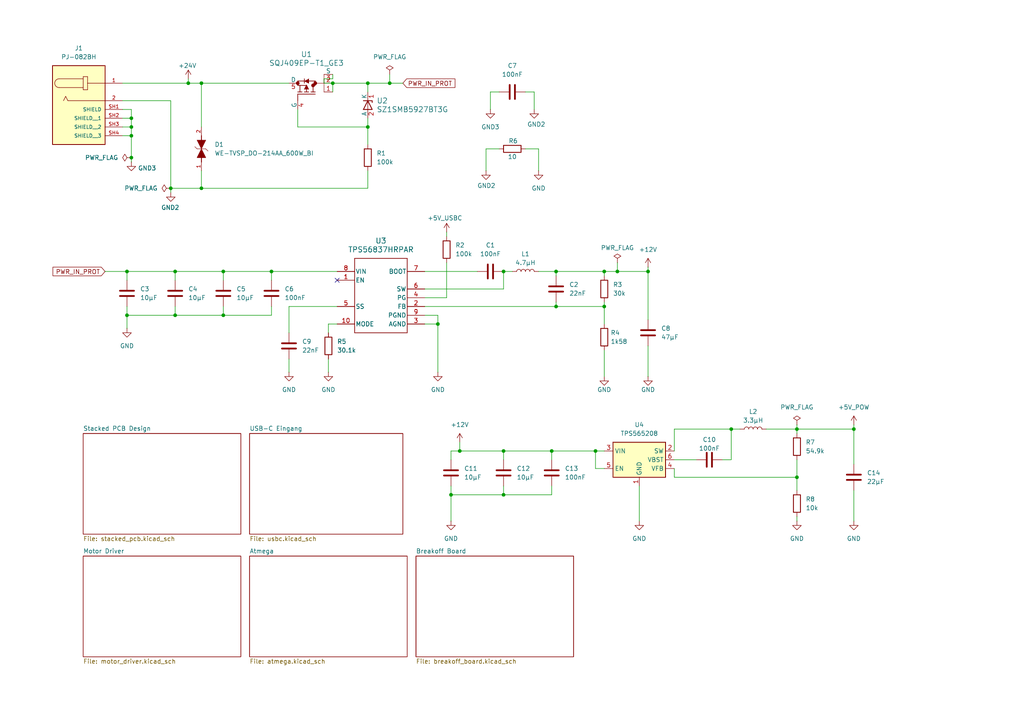
<source format=kicad_sch>
(kicad_sch (version 20231120) (generator "eeschema") (generator_version "8.0")
  (paper "A4")
  (lib_symbols
    (symbol "Device:C" (pin_numbers hide) (pin_names (offset 0.254))
      (property "Reference" "C" (at 0.635 2.54 0))
      (property "Value" "C" (at 0.635 -2.54 0))
      (symbol "C_0_1"
        (polyline (pts (xy -2.032 -0.762) (xy 2.032 -0.762)) (stroke (width 0.508)))
        (polyline (pts (xy -2.032 0.762) (xy 2.032 0.762)) (stroke (width 0.508)))
      )
      (symbol "C_1_1"
        (pin passive line (at 0 3.81 270) (length 2.794) (name "~") (number "1"))
        (pin passive line (at 0 -3.81 90) (length 2.794) (name "~") (number "2"))
      )
    )
    (symbol "Device:L" (pin_numbers hide) (pin_names (offset 1.016) hide)
      (property "Reference" "L" (at -1.27 0 90))
      (property "Value" "L" (at 1.905 0 90))
      (symbol "L_0_1"
        (arc (start 0 -2.54) (mid 0.6323 -1.905) (end 0 -1.27))
        (arc (start 0 -1.27) (mid 0.6323 -0.635) (end 0 0))
        (arc (start 0 0) (mid 0.6323 0.635) (end 0 1.27))
        (arc (start 0 1.27) (mid 0.6323 1.905) (end 0 2.54))
      )
      (symbol "L_1_1"
        (pin passive line (at 0 3.81 270) (length 1.27) (name "1") (number "1"))
        (pin passive line (at 0 -3.81 90) (length 1.27) (name "2") (number "2"))
      )
    )
    (symbol "Device:R" (pin_numbers hide) (pin_names (offset 0))
      (property "Reference" "R" (at 2.032 0 90))
      (property "Value" "R" (at 0 0 90))
      (symbol "R_0_1"
        (rectangle (start -1.016 -2.54) (end 1.016 2.54) (stroke (width 0.254)))
      )
      (symbol "R_1_1"
        (pin passive line (at 0 3.81 270) (length 1.27) (name "~") (number "1"))
        (pin passive line (at 0 -3.81 90) (length 1.27) (name "~") (number "2"))
      )
    )
    (symbol "Imported_Component_Symbols:PJ-082BH" (pin_names (offset 1.016))
      (property "Reference" "J" (at -7.6246 10.1631 0))
      (property "Value" "PJ-082BH" (at -7.632 -17.788 0))
      (symbol "PJ-082BH_0_0"
        (rectangle (start -7.62 7.62) (end 7.62 -15.24) (stroke (width 0.254)) (fill (type background)))
        (arc (start -5.715 3.81) (mid -6.9794 2.54) (end -5.715 1.27) (stroke (width 0.1524)))
        (polyline (pts (xy -5.715 3.81) (xy 1.27 3.81)) (stroke (width 0.1524)))
        (polyline (pts (xy -3.81 -1.27) (xy -4.445 -2.54)) (stroke (width 0.1524)))
        (polyline (pts (xy -3.175 -2.54) (xy -3.81 -1.27)) (stroke (width 0.1524)))
        (polyline (pts (xy 1.27 0.635) (xy 2.54 0.635)) (stroke (width 0.1524)))
        (polyline (pts (xy 1.27 1.27) (xy -5.715 1.27)) (stroke (width 0.1524)))
        (polyline (pts (xy 1.27 1.27) (xy 1.27 0.635)) (stroke (width 0.1524)))
        (polyline (pts (xy 1.27 3.81) (xy 1.27 1.27)) (stroke (width 0.1524)))
        (polyline (pts (xy 1.27 4.445) (xy 1.27 3.81)) (stroke (width 0.1524)))
        (polyline (pts (xy 2.54 0.635) (xy 2.54 2.54)) (stroke (width 0.1524)))
        (polyline (pts (xy 2.54 2.54) (xy 2.54 4.445)) (stroke (width 0.1524)))
        (polyline (pts (xy 2.54 2.54) (xy 7.62 2.54)) (stroke (width 0.1524)))
        (polyline (pts (xy 2.54 4.445) (xy 1.27 4.445)) (stroke (width 0.1524)))
        (polyline (pts (xy 7.62 -2.54) (xy -3.175 -2.54)) (stroke (width 0.1524)))
      )
      (symbol "PJ-082BH_1_0"
        (pin power_out line (at 12.7 2.54 180) (length 5.08) (name "~") (number "1"))
        (pin passive line (at 12.7 -2.54 180) (length 5.08) (name "~") (number "2"))
        (pin passive line (at 12.7 -5.08 180) (length 5.08) (name "SHIELD") (number "SH1"))
        (pin passive line (at 12.7 -7.62 180) (length 5.08) (name "SHIELD__1") (number "SH2"))
        (pin passive line (at 12.7 -10.16 180) (length 5.08) (name "SHIELD__2") (number "SH3"))
        (pin passive line (at 12.7 -12.7 180) (length 5.08) (name "SHIELD__3") (number "SH4"))
      )
    )
    (symbol "Imported_Component_Symbols:SQJ409EP-T1_GE3" (pin_names (offset 0))
      (property "Reference" "U" (at 0 6.604 0))
      (property "Value" "SQJ409EP-T1_GE3" (at 0 8.89 0))
      (symbol "SQJ409EP-T1_GE3_0_1"
        (circle (center -2.54 0) (radius 0.0254) (stroke (width 0.508)))
        (polyline (pts (xy -2.54 -5.08) (xy -2.54 -3.175)) (stroke (width 0.2032)))
        (polyline (pts (xy -2.54 -0.635) (xy -2.54 0.635)) (stroke (width 0.2032)))
        (polyline (pts (xy -1.905 -2.54) (xy -1.905 -0.635)) (stroke (width 0.2032)))
        (polyline (pts (xy -1.905 -0.635) (xy -2.54 -0.635)) (stroke (width 0.2032)))
        (polyline (pts (xy -1.905 -0.635) (xy 0 -0.635)) (stroke (width 0.2032)))
        (polyline (pts (xy -1.27 -2.54) (xy -2.54 -2.54)) (stroke (width 0.2032)))
        (polyline (pts (xy -0.635 0.635) (xy -2.54 0.635)) (stroke (width 0.2032)))
        (polyline (pts (xy -0.635 1.27) (xy -0.635 0)) (stroke (width 0.2032)))
        (polyline (pts (xy 0 -1.778) (xy 0 -2.413)) (stroke (width 0.2032)))
        (polyline (pts (xy 0.635 -2.54) (xy -0.635 -2.54)) (stroke (width 0.2032)))
        (polyline (pts (xy 1.905 -2.54) (xy 1.905 -0.635)) (stroke (width 0.2032)))
        (polyline (pts (xy 1.905 -0.635) (xy 2.54 -0.635)) (stroke (width 0.127)))
        (polyline (pts (xy 2.54 -3.175) (xy -2.54 -3.175)) (stroke (width 0.2032)))
        (polyline (pts (xy 2.54 -2.54) (xy 1.27 -2.54)) (stroke (width 0.2032)))
        (polyline (pts (xy 2.54 -0.635) (xy 2.54 0.635)) (stroke (width 0.2032)))
        (polyline (pts (xy 2.54 0) (xy 5.08 0)) (stroke (width 0.127)))
        (polyline (pts (xy 2.54 0.635) (xy 0.635 0.635)) (stroke (width 0.2032)))
        (polyline (pts (xy 5.08 -2.54) (xy 5.08 2.54)) (stroke (width 0.127)))
        (polyline (pts (xy 0.635 -1.778) (xy 0 -0.508) (xy -0.635 -1.778)) (fill (type outline)))
        (polyline (pts (xy 0.635 1.27) (xy 0.635 0) (xy -0.635 0.635)) (fill (type outline)))
        (circle (center 1.905 -0.635) (radius 0.0254) (stroke (width 0.508)))
        (circle (center 2.54 0) (radius 0.0254) (stroke (width 0.508)))
      )
      (symbol "SQJ409EP-T1_GE3_1_1"
        (pin passive line (at 7.62 -2.54 180) (length 2.54) (name "") (number "1"))
        (pin passive line (at 7.62 0 180) (length 2.54) (name "") (number "2"))
        (pin passive line (at 7.62 2.54 180) (length 2.54) (name "S") (number "3"))
        (pin input line (at -2.54 -7.62 90) (length 2.54) (name "G") (number "4"))
        (pin passive line (at -5.08 0 0) (length 2.54) (name "D") (number "5"))
      )
    )
    (symbol "Imported_Component_Symbols:SZ1SMB5927BT3G" (pin_names (offset 0))
      (property "Reference" "U" (at 0 10.16 0))
      (property "Value" "SZ1SMB5927BT3G" (at 0 7.62 0))
      (symbol "SZ1SMB5927BT3G_0_1"
        (polyline (pts (xy 1.27 0) (xy -1.27 0)))
        (polyline (pts (xy -1.27 -1.27) (xy -1.27 1.27) (xy -0.762 1.27)) (stroke (width 0.254)))
        (polyline (pts (xy 1.27 -1.27) (xy 1.27 1.27) (xy -1.27 0) (xy 1.27 -1.27)) (stroke (width 0.254)))
      )
      (symbol "SZ1SMB5927BT3G_1_1"
        (pin passive line (at -3.81 0 0) (length 2.54) (name "K") (number "1"))
        (pin passive line (at 3.81 0 180) (length 2.54) (name "A") (number "2"))
      )
    )
    (symbol "Imported_Component_Symbols:TPS56837HRPAR" (pin_names (offset 0.254))
      (property "Reference" "U" (at -0.254 15.494 0))
      (property "Value" "TPS56837HRPAR" (at 0 11.938 0))
      (symbol "TPS56837HRPAR_0_1"
        (polyline (pts (xy -7.62 -11.43) (xy 7.62 -11.43)) (stroke (width 0.2032)))
        (polyline (pts (xy -7.62 10.16) (xy -7.62 -11.43)) (stroke (width 0.2032)))
        (polyline (pts (xy 7.62 -11.43) (xy 7.62 10.16)) (stroke (width 0.2032)))
        (polyline (pts (xy 7.62 10.16) (xy -7.62 10.16)) (stroke (width 0.2032)))
        (pin input line (at -12.7 3.81 0) (length 5.08) (name "EN") (number "1"))
        (pin unspecified line (at -12.7 -8.89 0) (length 5.08) (name "MODE") (number "10"))
        (pin unspecified line (at 12.7 -3.81 180) (length 5.08) (name "FB") (number "2"))
        (pin power_in line (at 12.7 -8.89 180) (length 5.08) (name "AGND") (number "3"))
        (pin open_collector line (at 12.7 -1.27 180) (length 5.08) (name "PG") (number "4"))
        (pin unspecified line (at -12.7 -3.81 0) (length 5.08) (name "SS") (number "5"))
        (pin unspecified line (at 12.7 1.27 180) (length 5.08) (name "SW") (number "6"))
        (pin unspecified line (at 12.7 6.35 180) (length 5.08) (name "BOOT") (number "7"))
        (pin power_in line (at -12.7 6.35 0) (length 5.08) (name "VIN") (number "8"))
        (pin power_in line (at 12.7 -6.35 180) (length 5.08) (name "PGND") (number "9"))
      )
    )
    (symbol "Imported_Component_Symbols:WE-TVSP_DO-214AA_600W_BI" (pin_names (offset 1.016))
      (property "Reference" "D" (at 1.27 2.54 0))
      (property "Value" "WE-TVSP_DO-214AA_600W_BI" (at -2.54 -3.81 0))
      (symbol "WE-TVSP_DO-214AA_600W_BI_0_0"
        (polyline (pts (xy -2.54 0) (xy -1.27 0)) (stroke (width 0.254)))
        (polyline (pts (xy -0.635 0) (xy -1.27 0)) (stroke (width 0.254)))
        (polyline (pts (xy 1.27 -1.27) (xy 0.635 -1.905)) (stroke (width 0.127)))
        (polyline (pts (xy 1.27 1.27) (xy 1.27 -1.27)) (stroke (width 0.127)))
        (polyline (pts (xy 1.905 1.905) (xy 1.27 1.27)) (stroke (width 0.127)))
        (polyline (pts (xy 3.175 0) (xy 3.81 0)) (stroke (width 0.254)))
        (polyline (pts (xy 5.08 0) (xy 3.81 0)) (stroke (width 0.254)))
        (polyline (pts (xy -1.27 1.27) (xy -1.27 -1.27) (xy 1.27 0) (xy -1.27 1.27)) (stroke (width 0.127)) (fill (type outline)))
        (polyline (pts (xy 3.81 -1.27) (xy 3.81 1.27) (xy 1.27 0) (xy 3.81 -1.27)) (stroke (width 0.127)) (fill (type outline)))
        (pin passive line (at -5.08 0 0) (length 2.54) (name "~") (number "1"))
        (pin passive line (at 7.62 0 180) (length 2.54) (name "~") (number "2"))
      )
    )
    (symbol "Regulator_Switching:TPS565208"
      (property "Reference" "U" (at -7.62 6.35 0))
      (property "Value" "TPS565208" (at -2.54 6.35 0))
      (symbol "TPS565208_0_1"
        (rectangle (start -7.62 5.08) (end 7.62 -5.08) (stroke (width 0.254)) (fill (type background)))
      )
      (symbol "TPS565208_1_1"
        (pin power_in line (at 0 -7.62 90) (length 2.54) (name "GND") (number "1"))
        (pin output line (at 10.16 2.54 180) (length 2.54) (name "SW") (number "2"))
        (pin power_in line (at -10.16 2.54 0) (length 2.54) (name "VIN") (number "3"))
        (pin input line (at 10.16 -2.54 180) (length 2.54) (name "VFB") (number "4"))
        (pin input line (at -10.16 -2.54 0) (length 2.54) (name "EN") (number "5"))
        (pin passive line (at 10.16 0 180) (length 2.54) (name "VBST") (number "6"))
      )
    )
    (symbol "power:+12V" (power) (pin_numbers hide) (pin_names (offset 0) hide)
      (property "Value" "+12V" (at 0 3.556 0))
      (symbol "+12V_0_1"
        (polyline (pts (xy -0.762 1.27) (xy 0 2.54)))
        (polyline (pts (xy 0 0) (xy 0 2.54)))
        (polyline (pts (xy 0 2.54) (xy 0.762 1.27)))
      )
      (symbol "+12V_1_1"
        (pin power_in line (at 0 0 90) (length 0) (name "~") (number "1"))
      )
    )
    (symbol "power:+24V" (power) (pin_numbers hide) (pin_names (offset 0) hide)
      (property "Value" "+24V" (at 0 3.556 0))
      (symbol "+24V_0_1"
        (polyline (pts (xy -0.762 1.27) (xy 0 2.54)))
        (polyline (pts (xy 0 0) (xy 0 2.54)))
        (polyline (pts (xy 0 2.54) (xy 0.762 1.27)))
      )
      (symbol "+24V_1_1"
        (pin power_in line (at 0 0 90) (length 0) (name "~") (number "1"))
      )
    )
    (symbol "power:+5C" (power) (pin_numbers hide) (pin_names (offset 0) hide)
      (property "Value" "+5C" (at 0 3.556 0))
      (symbol "+5C_0_1"
        (polyline (pts (xy -0.762 1.27) (xy 0 2.54)))
        (polyline (pts (xy 0 0) (xy 0 2.54)))
        (polyline (pts (xy 0 2.54) (xy 0.762 1.27)))
      )
      (symbol "+5C_1_1"
        (pin power_in line (at 0 0 90) (length 0) (name "~") (number "1"))
      )
    )
    (symbol "power:+5VP" (power) (pin_numbers hide) (pin_names (offset 0) hide)
      (property "Value" "+5VP" (at 0 3.556 0))
      (symbol "+5VP_0_1"
        (polyline (pts (xy -0.762 1.27) (xy 0 2.54)))
        (polyline (pts (xy 0 0) (xy 0 2.54)))
        (polyline (pts (xy 0 2.54) (xy 0.762 1.27)))
      )
      (symbol "+5VP_1_1"
        (pin power_in line (at 0 0 90) (length 0) (name "~") (number "1"))
      )
    )
    (symbol "power:GND" (power) (pin_numbers hide) (pin_names (offset 0) hide)
      (property "Value" "GND" (at 0 -3.81 0))
      (symbol "GND_0_1"
        (polyline (pts (xy 0 0) (xy 0 -1.27) (xy 1.27 -1.27) (xy 0 -2.54) (xy -1.27 -1.27) (xy 0 -1.27)))
      )
      (symbol "GND_1_1"
        (pin power_in line (at 0 0 270) (length 0) (name "~") (number "1"))
      )
    )
    (symbol "power:GND2" (power) (pin_numbers hide) (pin_names (offset 0) hide)
      (property "Value" "GND2" (at 0 -3.81 0))
      (symbol "GND2_0_1"
        (polyline (pts (xy 0 0) (xy 0 -1.27) (xy 1.27 -1.27) (xy 0 -2.54) (xy -1.27 -1.27) (xy 0 -1.27)))
      )
      (symbol "GND2_1_1"
        (pin power_in line (at 0 0 270) (length 0) (name "~") (number "1"))
      )
    )
    (symbol "power:GND3" (power) (pin_numbers hide) (pin_names (offset 0) hide)
      (property "Value" "GND3" (at 0 -3.81 0))
      (symbol "GND3_0_1"
        (polyline (pts (xy 0 0) (xy 0 -1.27) (xy 1.27 -1.27) (xy 0 -2.54) (xy -1.27 -1.27) (xy 0 -1.27)))
      )
      (symbol "GND3_1_1"
        (pin power_in line (at 0 0 270) (length 0) (name "~") (number "1"))
      )
    )
    (symbol "power:PWR_FLAG" (power) (pin_numbers hide) (pin_names (offset 0) hide)
      (property "Value" "PWR_FLAG" (at 0 3.81 0))
      (symbol "PWR_FLAG_0_0"
        (pin power_out line (at 0 0 90) (length 0) (name "~") (number "1"))
      )
      (symbol "PWR_FLAG_0_1"
        (polyline (pts (xy 0 0) (xy 0 1.27) (xy -1.016 1.905) (xy 0 2.54) (xy 1.016 1.905) (xy 0 1.27)))
      )
    )
  )
  (junction (at 146.05 143.51))
  (junction (at 146.05 78.74))
  (junction (at 38.1 39.37))
  (junction (at 113.03 24.13))
  (junction (at 187.96 78.74))
  (junction (at 212.09 124.46))
  (junction (at 49.53 54.61))
  (junction (at 58.42 54.61))
  (junction (at 172.72 130.81))
  (junction (at 64.77 91.44))
  (junction (at 106.68 36.83))
  (junction (at 175.26 78.74))
  (junction (at 247.65 124.46))
  (junction (at 127 93.98))
  (junction (at 38.1 45.72))
  (junction (at 36.83 78.74))
  (junction (at 130.81 143.51))
  (junction (at 50.8 78.74))
  (junction (at 38.1 34.29))
  (junction (at 96.52 24.13))
  (junction (at 50.8 91.44))
  (junction (at 38.1 36.83))
  (junction (at 175.26 88.9))
  (junction (at 161.29 88.9))
  (junction (at 78.74 78.74))
  (junction (at 160.02 130.81))
  (junction (at 106.68 24.13))
  (junction (at 133.35 130.81))
  (junction (at 161.29 78.74))
  (junction (at 58.42 24.13))
  (junction (at 231.14 138.43))
  (junction (at 54.61 24.13))
  (junction (at 36.83 91.44))
  (junction (at 179.07 78.74))
  (junction (at 146.05 130.81))
  (junction (at 64.77 78.74))
  (junction (at 231.14 124.46))
  (no_connect (at 97.79 81.28))
  (wire (pts (xy 140.97 49.53) (xy 140.97 43.18)))
  (wire (pts (xy 113.03 21.59) (xy 113.03 24.13)))
  (wire (pts (xy 58.42 49.53) (xy 58.42 54.61)))
  (wire (pts (xy 50.8 78.74) (xy 50.8 81.28)))
  (wire (pts (xy 38.1 31.75) (xy 38.1 34.29)))
  (wire (pts (xy 50.8 91.44) (xy 64.77 91.44)))
  (wire (pts (xy 130.81 130.81) (xy 133.35 130.81)))
  (wire (pts (xy 96.52 21.59) (xy 96.52 22.86)))
  (wire (pts (xy 96.52 24.13) (xy 96.52 26.67)))
  (wire (pts (xy 161.29 87.63) (xy 161.29 88.9)))
  (wire (pts (xy 58.42 24.13) (xy 58.42 36.83)))
  (wire (pts (xy 156.21 78.74) (xy 161.29 78.74)))
  (wire (pts (xy 36.83 78.74) (xy 36.83 81.28)))
  (wire (pts (xy 50.8 88.9) (xy 50.8 91.44)))
  (wire (pts (xy 175.26 87.63) (xy 175.26 88.9)))
  (wire (pts (xy 146.05 140.97) (xy 146.05 143.51)))
  (wire (pts (xy 175.26 135.89) (xy 172.72 135.89)))
  (wire (pts (xy 78.74 78.74) (xy 97.79 78.74)))
  (wire (pts (xy 93.98 22.86) (xy 93.98 24.13)))
  (wire (pts (xy 195.58 124.46) (xy 212.09 124.46)))
  (wire (pts (xy 161.29 78.74) (xy 175.26 78.74)))
  (wire (pts (xy 83.82 96.52) (xy 83.82 88.9)))
  (wire (pts (xy 54.61 22.86) (xy 54.61 24.13)))
  (wire (pts (xy 172.72 135.89) (xy 172.72 130.81)))
  (wire (pts (xy 78.74 91.44) (xy 64.77 91.44)))
  (wire (pts (xy 231.14 123.19) (xy 231.14 124.46)))
  (wire (pts (xy 35.56 31.75) (xy 38.1 31.75)))
  (wire (pts (xy 146.05 130.81) (xy 160.02 130.81)))
  (wire (pts (xy 127 93.98) (xy 127 107.95)))
  (wire (pts (xy 78.74 78.74) (xy 78.74 81.28)))
  (wire (pts (xy 212.09 124.46) (xy 214.63 124.46)))
  (wire (pts (xy 156.21 49.53) (xy 156.21 43.18)))
  (wire (pts (xy 179.07 78.74) (xy 175.26 78.74)))
  (wire (pts (xy 154.94 31.75) (xy 154.94 26.67)))
  (wire (pts (xy 123.19 88.9) (xy 161.29 88.9)))
  (wire (pts (xy 106.68 36.83) (xy 106.68 41.91)))
  (wire (pts (xy 106.68 26.67) (xy 106.68 24.13)))
  (wire (pts (xy 179.07 76.2) (xy 179.07 78.74)))
  (wire (pts (xy 83.82 104.14) (xy 83.82 107.95)))
  (wire (pts (xy 106.68 49.53) (xy 106.68 54.61)))
  (wire (pts (xy 142.24 31.75) (xy 142.24 26.67)))
  (wire (pts (xy 64.77 78.74) (xy 78.74 78.74)))
  (wire (pts (xy 123.19 93.98) (xy 127 93.98)))
  (wire (pts (xy 54.61 24.13) (xy 58.42 24.13)))
  (wire (pts (xy 38.1 36.83) (xy 38.1 39.37)))
  (wire (pts (xy 209.55 133.35) (xy 212.09 133.35)))
  (wire (pts (xy 64.77 78.74) (xy 64.77 81.28)))
  (wire (pts (xy 222.25 124.46) (xy 231.14 124.46)))
  (wire (pts (xy 30.48 78.74) (xy 36.83 78.74)))
  (wire (pts (xy 38.1 34.29) (xy 38.1 36.83)))
  (wire (pts (xy 187.96 78.74) (xy 179.07 78.74)))
  (wire (pts (xy 187.96 92.71) (xy 187.96 78.74)))
  (wire (pts (xy 247.65 142.24) (xy 247.65 151.13)))
  (wire (pts (xy 231.14 133.35) (xy 231.14 138.43)))
  (wire (pts (xy 129.54 76.2) (xy 129.54 86.36)))
  (wire (pts (xy 86.36 36.83) (xy 106.68 36.83)))
  (wire (pts (xy 187.96 77.47) (xy 187.96 78.74)))
  (wire (pts (xy 95.25 96.52) (xy 95.25 93.98)))
  (wire (pts (xy 247.65 123.19) (xy 247.65 124.46)))
  (wire (pts (xy 130.81 143.51) (xy 146.05 143.51)))
  (wire (pts (xy 36.83 91.44) (xy 36.83 95.25)))
  (wire (pts (xy 95.25 93.98) (xy 97.79 93.98)))
  (wire (pts (xy 160.02 130.81) (xy 160.02 133.35)))
  (wire (pts (xy 156.21 43.18) (xy 152.4 43.18)))
  (wire (pts (xy 195.58 138.43) (xy 231.14 138.43)))
  (wire (pts (xy 38.1 39.37) (xy 38.1 45.72)))
  (wire (pts (xy 49.53 54.61) (xy 58.42 54.61)))
  (wire (pts (xy 35.56 36.83) (xy 38.1 36.83)))
  (wire (pts (xy 146.05 143.51) (xy 160.02 143.51)))
  (wire (pts (xy 130.81 130.81) (xy 130.81 133.35)))
  (wire (pts (xy 142.24 26.67) (xy 144.78 26.67)))
  (wire (pts (xy 160.02 143.51) (xy 160.02 140.97)))
  (wire (pts (xy 36.83 78.74) (xy 50.8 78.74)))
  (wire (pts (xy 195.58 124.46) (xy 195.58 130.81)))
  (wire (pts (xy 49.53 29.21) (xy 49.53 54.61)))
  (wire (pts (xy 146.05 130.81) (xy 146.05 133.35)))
  (wire (pts (xy 231.14 124.46) (xy 247.65 124.46)))
  (wire (pts (xy 175.26 101.6) (xy 175.26 109.22)))
  (wire (pts (xy 123.19 83.82) (xy 146.05 83.82)))
  (wire (pts (xy 160.02 130.81) (xy 172.72 130.81)))
  (wire (pts (xy 185.42 140.97) (xy 185.42 151.13)))
  (wire (pts (xy 64.77 91.44) (xy 64.77 88.9)))
  (wire (pts (xy 130.81 140.97) (xy 130.81 143.51)))
  (wire (pts (xy 113.03 24.13) (xy 116.84 24.13)))
  (wire (pts (xy 58.42 54.61) (xy 106.68 54.61)))
  (wire (pts (xy 38.1 45.72) (xy 38.1 46.99)))
  (wire (pts (xy 195.58 138.43) (xy 195.58 135.89)))
  (wire (pts (xy 161.29 80.01) (xy 161.29 78.74)))
  (wire (pts (xy 175.26 80.01) (xy 175.26 78.74)))
  (wire (pts (xy 106.68 24.13) (xy 113.03 24.13)))
  (wire (pts (xy 58.42 24.13) (xy 83.82 24.13)))
  (wire (pts (xy 35.56 39.37) (xy 38.1 39.37)))
  (wire (pts (xy 49.53 54.61) (xy 49.53 55.88)))
  (wire (pts (xy 36.83 91.44) (xy 50.8 91.44)))
  (wire (pts (xy 86.36 31.75) (xy 86.36 36.83)))
  (wire (pts (xy 231.14 125.73) (xy 231.14 124.46)))
  (wire (pts (xy 123.19 86.36) (xy 129.54 86.36)))
  (wire (pts (xy 187.96 100.33) (xy 187.96 109.22)))
  (wire (pts (xy 172.72 130.81) (xy 175.26 130.81)))
  (wire (pts (xy 123.19 91.44) (xy 127 91.44)))
  (wire (pts (xy 130.81 143.51) (xy 130.81 151.13)))
  (wire (pts (xy 129.54 67.31) (xy 129.54 68.58)))
  (wire (pts (xy 78.74 88.9) (xy 78.74 91.44)))
  (wire (pts (xy 195.58 133.35) (xy 201.93 133.35)))
  (wire (pts (xy 231.14 142.24) (xy 231.14 138.43)))
  (wire (pts (xy 35.56 34.29) (xy 38.1 34.29)))
  (wire (pts (xy 96.52 22.86) (xy 93.98 22.86)))
  (wire (pts (xy 146.05 78.74) (xy 148.59 78.74)))
  (wire (pts (xy 154.94 26.67) (xy 152.4 26.67)))
  (wire (pts (xy 50.8 78.74) (xy 64.77 78.74)))
  (wire (pts (xy 96.52 24.13) (xy 106.68 24.13)))
  (wire (pts (xy 106.68 36.83) (xy 106.68 34.29)))
  (wire (pts (xy 35.56 24.13) (xy 54.61 24.13)))
  (wire (pts (xy 146.05 83.82) (xy 146.05 78.74)))
  (wire (pts (xy 231.14 151.13) (xy 231.14 149.86)))
  (wire (pts (xy 95.25 104.14) (xy 95.25 107.95)))
  (wire (pts (xy 133.35 130.81) (xy 146.05 130.81)))
  (wire (pts (xy 36.83 88.9) (xy 36.83 91.44)))
  (wire (pts (xy 127 91.44) (xy 127 93.98)))
  (wire (pts (xy 247.65 134.62) (xy 247.65 124.46)))
  (wire (pts (xy 35.56 29.21) (xy 49.53 29.21)))
  (wire (pts (xy 83.82 88.9) (xy 97.79 88.9)))
  (wire (pts (xy 133.35 128.27) (xy 133.35 130.81)))
  (wire (pts (xy 212.09 133.35) (xy 212.09 124.46)))
  (wire (pts (xy 175.26 88.9) (xy 175.26 93.98)))
  (wire (pts (xy 96.52 24.13) (xy 93.98 24.13)))
  (wire (pts (xy 175.26 88.9) (xy 161.29 88.9)))
  (wire (pts (xy 140.97 43.18) (xy 144.78 43.18)))
  (wire (pts (xy 123.19 78.74) (xy 138.43 78.74)))
  (global_label "PWR_IN_PROT" (shape input) (at 30.48 78.74 180) (property "Intersheetrefs" "${INTERSHEET_REFS}" (effects (hide yes))))
  (global_label "PWR_IN_PROT" (shape input) (at 116.84 24.13 0) (property "Intersheetrefs" "${INTERSHEET_REFS}" (effects (hide yes))))
  (symbol (lib_id "power:+5VP") (at 247.65 123.19 0) (unit 1)
    (property "Reference" "#PWR016" (effects (hide yes)))
    (property "Value" "+5V_POW" (at 247.65 118.11 0))
    (property "Description" "Power symbol creates a global label with name \"+5VP\"" (effects (hide yes)))
  )
  (symbol (lib_id "Imported_Component_Symbols:TPS56837HRPAR") (at 110.49 85.09 0) (unit 1)
    (property "Reference" "U3" (at 110.49 69.85 0) (effects (font (size 1.524 1.524))))
    (property "Value" "TPS56837HRPAR" (at 110.49 72.39 0) (effects (font (size 1.524 1.524))))
    (property "Footprint" "Imported_Component_Footprints:TPS56837HRPAR" (effects (hide yes)))
    (property "Datasheet" "TPS56837HRPAR" (effects (hide yes)))
  )
  (symbol (lib_id "Device:C") (at 187.96 96.52 0) (unit 1)
    (property "Reference" "C8" (at 191.77 95.2499 0) (effects (justify left)))
    (property "Value" "47µF" (at 191.77 97.7899 0) (effects (justify left)))
    (property "Footprint" "Capacitor_SMD:C_1210_3225Metric_Pad1.33x2.70mm_HandSolder" (effects (hide yes)))
    (property "Description" "Unpolarized capacitor" (effects (hide yes)))
  )
  (symbol (lib_id "power:GND") (at 156.21 49.53 0) (unit 1)
    (property "Reference" "#PWR015" (effects (hide yes)))
    (property "Value" "GND" (at 156.21 54.61 0))
    (property "Description" "Power symbol creates a global label with name \"GND\" , ground" (effects (hide yes)))
  )
  (symbol (lib_id "Device:C") (at 247.65 138.43 0) (unit 1)
    (property "Reference" "C14" (at 251.46 137.1599 0) (effects (justify left)))
    (property "Value" "22µF" (at 251.46 139.6999 0) (effects (justify left)))
    (property "Footprint" "Capacitor_SMD:C_1210_3225Metric_Pad1.33x2.70mm_HandSolder" (effects (hide yes)))
    (property "Description" "Unpolarized capacitor" (effects (hide yes)))
  )
  (symbol (lib_id "Device:C") (at 78.74 85.09 0) (unit 1)
    (property "Reference" "C6" (at 82.55 83.8199 0) (effects (justify left)))
    (property "Value" "100nF" (at 82.55 86.3599 0) (effects (justify left)))
    (property "Footprint" "Capacitor_SMD:C_0402_1005Metric_Pad0.74x0.62mm_HandSolder" (effects (hide yes)))
    (property "Description" "Unpolarized capacitor" (effects (hide yes)))
  )
  (symbol (lib_id "power:GND3") (at 142.24 31.75 0) (unit 1)
    (property "Reference" "#PWR06" (effects (hide yes)))
    (property "Value" "GND3" (at 142.24 36.83 0))
    (property "Description" "Power symbol creates a global label with name \"GND3\" , ground" (effects (hide yes)))
  )
  (symbol (lib_id "Device:R") (at 175.26 83.82 0) (unit 1)
    (property "Reference" "R3" (at 177.8 82.5499 0) (effects (justify left)))
    (property "Value" "30k" (at 177.8 85.0899 0) (effects (justify left)))
    (property "Footprint" "Resistor_SMD:R_0402_1005Metric" (effects (hide yes)))
    (property "Description" "Resistor" (effects (hide yes)))
  )
  (symbol (lib_id "Device:C") (at 146.05 137.16 0) (unit 1)
    (property "Reference" "C12" (at 149.86 135.8899 0) (effects (justify left)))
    (property "Value" "10µF" (at 149.86 138.4299 0) (effects (justify left)))
    (property "Footprint" "Capacitor_SMD:C_0805_2012Metric_Pad1.18x1.45mm_HandSolder" (effects (hide yes)))
    (property "Description" "Unpolarized capacitor" (effects (hide yes)))
  )
  (symbol (lib_id "Device:R") (at 129.54 72.39 0) (unit 1)
    (property "Reference" "R2" (at 132.08 71.1199 0) (effects (justify left)))
    (property "Value" "100k" (at 132.08 73.6599 0) (effects (justify left)))
    (property "Footprint" "Resistor_SMD:R_0603_1608Metric" (effects (hide yes)))
    (property "Description" "Resistor" (effects (hide yes)))
  )
  (symbol (lib_id "Device:C") (at 83.82 100.33 0) (unit 1)
    (property "Reference" "C9" (at 87.63 99.0599 0) (effects (justify left)))
    (property "Value" "22nF" (at 87.63 101.5999 0) (effects (justify left)))
    (property "Footprint" "Capacitor_SMD:C_1210_3225Metric_Pad1.33x2.70mm_HandSolder" (effects (hide yes)))
    (property "Description" "Unpolarized capacitor" (effects (hide yes)))
  )
  (symbol (lib_id "Device:C") (at 142.24 78.74 90) (unit 1)
    (property "Reference" "C1" (at 142.24 71.12 90))
    (property "Value" "100nF" (at 142.24 73.66 90))
    (property "Footprint" "Capacitor_SMD:C_0402_1005Metric_Pad0.74x0.62mm_HandSolder" (effects (hide yes)))
    (property "Description" "Unpolarized capacitor" (effects (hide yes)))
  )
  (symbol (lib_id "power:+12V") (at 187.96 77.47 0) (unit 1)
    (property "Reference" "#PWR05" (effects (hide yes)))
    (property "Value" "+12V" (at 187.96 72.39 0))
    (property "Description" "Power symbol creates a global label with name \"+12V\"" (effects (hide yes)))
  )
  (symbol (lib_id "Device:R") (at 106.68 45.72 0) (unit 1)
    (property "Reference" "R1" (at 109.22 44.4499 0) (effects (justify left)))
    (property "Value" "100k" (at 109.22 46.9899 0) (effects (justify left)))
    (property "Footprint" "Resistor_SMD:R_0402_1005Metric" (effects (hide yes)))
    (property "Description" "Resistor" (effects (hide yes)))
  )
  (symbol (lib_id "Device:C") (at 148.59 26.67 90) (unit 1)
    (property "Reference" "C7" (at 148.59 19.05 90))
    (property "Value" "100nF" (at 148.59 21.59 90))
    (property "Footprint" "Capacitor_SMD:C_0402_1005Metric_Pad0.74x0.62mm_HandSolder" (effects (hide yes)))
    (property "Description" "Unpolarized capacitor" (effects (hide yes)))
  )
  (symbol (lib_id "power:GND") (at 36.83 95.25 0) (unit 1)
    (property "Reference" "#PWR08" (effects (hide yes)))
    (property "Value" "GND" (at 36.83 100.33 0))
    (property "Description" "Power symbol creates a global label with name \"GND\" , ground" (effects (hide yes)))
  )
  (symbol (lib_id "power:GND2") (at 140.97 49.53 0) (unit 1)
    (property "Reference" "#PWR014" (effects (hide yes)))
    (property "Value" "GND2" (at 138.43 53.848 0) (effects (justify left)))
    (property "Description" "Power symbol creates a global label with name \"GND2\" , ground" (effects (hide yes)))
  )
  (symbol (lib_id "Device:R") (at 231.14 129.54 0) (unit 1)
    (property "Reference" "R7" (at 233.68 128.2699 0) (effects (justify left)))
    (property "Value" "54.9k" (at 233.68 130.8099 0) (effects (justify left)))
    (property "Footprint" "Resistor_SMD:R_0402_1005Metric" (effects (hide yes)))
    (property "Description" "Resistor" (effects (hide yes)))
  )
  (symbol (lib_id "Device:C") (at 160.02 137.16 0) (unit 1)
    (property "Reference" "C13" (at 163.83 135.8899 0) (effects (justify left)))
    (property "Value" "100nF" (at 163.83 138.4299 0) (effects (justify left)))
    (property "Footprint" "Capacitor_SMD:C_0402_1005Metric_Pad0.74x0.62mm_HandSolder" (effects (hide yes)))
    (property "Description" "Unpolarized capacitor" (effects (hide yes)))
  )
  (symbol (lib_id "Device:C") (at 161.29 83.82 0) (unit 1)
    (property "Reference" "C2" (at 165.1 82.5499 0) (effects (justify left)))
    (property "Value" "22nF" (at 165.1 85.0899 0) (effects (justify left)))
    (property "Footprint" "Capacitor_SMD:C_1210_3225Metric_Pad1.33x2.70mm_HandSolder" (effects (hide yes)))
    (property "Description" "Unpolarized capacitor" (effects (hide yes)))
  )
  (symbol (lib_id "power:PWR_FLAG") (at 231.14 123.19 0) (unit 1)
    (property "Reference" "#FLG05" (effects (hide yes)))
    (property "Value" "PWR_FLAG" (at 231.14 118.11 0))
    (property "Description" "Special symbol for telling ERC where power comes from" (effects (hide yes)))
  )
  (symbol (lib_id "Device:C") (at 64.77 85.09 0) (unit 1)
    (property "Reference" "C5" (at 68.58 83.8199 0) (effects (justify left)))
    (property "Value" "10µF" (at 68.58 86.3599 0) (effects (justify left)))
    (property "Footprint" "Capacitor_SMD:C_1210_3225Metric_Pad1.33x2.70mm_HandSolder" (effects (hide yes)))
    (property "Description" "Unpolarized capacitor" (effects (hide yes)))
  )
  (symbol (lib_id "Device:C") (at 36.83 85.09 0) (unit 1)
    (property "Reference" "C3" (at 40.64 83.8199 0) (effects (justify left)))
    (property "Value" "10µF" (at 40.64 86.3599 0) (effects (justify left)))
    (property "Footprint" "Capacitor_SMD:C_0805_2012Metric_Pad1.18x1.45mm_HandSolder" (effects (hide yes)))
    (property "Description" "Unpolarized capacitor" (effects (hide yes)))
  )
  (symbol (lib_id "Imported_Component_Symbols:WE-TVSP_DO-214AA_600W_BI") (at 58.42 44.45 90) (unit 1)
    (property "Reference" "D1" (at 62.23 41.9099 90) (effects (justify right)))
    (property "Value" "WE-TVSP_DO-214AA_600W_BI" (at 62.23 44.4499 90) (effects (justify right)))
    (property "Footprint" "Imported_Component_Footprints:824521241" (effects (hide yes)))
  )
  (symbol (lib_id "power:GND2") (at 154.94 31.75 0) (unit 1)
    (property "Reference" "#PWR07" (effects (hide yes)))
    (property "Value" "GND2" (at 152.908 36.068 0) (effects (justify left)))
    (property "Description" "Power symbol creates a global label with name \"GND2\" , ground" (effects (hide yes)))
  )
  (symbol (lib_id "power:GND") (at 185.42 151.13 0) (unit 1)
    (property "Reference" "#PWR019" (effects (hide yes)))
    (property "Value" "GND" (at 185.42 156.21 0))
    (property "Description" "Power symbol creates a global label with name \"GND\" , ground" (effects (hide yes)))
  )
  (symbol (lib_id "power:GND") (at 187.96 109.22 0) (unit 1)
    (property "Reference" "#PWR013" (effects (hide yes)))
    (property "Value" "GND" (at 187.96 113.03 0))
    (property "Description" "Power symbol creates a global label with name \"GND\" , ground" (effects (hide yes)))
  )
  (symbol (lib_id "power:PWR_FLAG") (at 179.07 76.2 0) (unit 1)
    (property "Reference" "#FLG04" (effects (hide yes)))
    (property "Value" "PWR_FLAG" (at 179.07 71.882 0))
    (property "Description" "Special symbol for telling ERC where power comes from" (effects (hide yes)))
  )
  (symbol (lib_id "Device:R") (at 95.25 100.33 0) (unit 1)
    (property "Reference" "R5" (at 97.79 99.0599 0) (effects (justify left)))
    (property "Value" "30.1k" (at 97.79 101.5999 0) (effects (justify left)))
    (property "Footprint" "Resistor_SMD:R_0402_1005Metric" (effects (hide yes)))
    (property "Description" "Resistor" (effects (hide yes)))
  )
  (symbol (lib_id "Device:R") (at 148.59 43.18 90) (unit 1)
    (property "Reference" "R6" (at 148.844 40.894 90))
    (property "Value" "10" (at 148.59 45.466 90))
    (property "Footprint" "Resistor_SMD:R_0402_1005Metric" (effects (hide yes)))
    (property "Description" "Resistor" (effects (hide yes)))
  )
  (symbol (lib_id "power:GND") (at 130.81 151.13 0) (unit 1)
    (property "Reference" "#PWR018" (effects (hide yes)))
    (property "Value" "GND" (at 130.81 156.21 0))
    (property "Description" "Power symbol creates a global label with name \"GND\" , ground" (effects (hide yes)))
  )
  (symbol (lib_id "Imported_Component_Symbols:SQJ409EP-T1_GE3") (at 88.9 24.13 0) (unit 1)
    (property "Reference" "U1" (at 88.9 15.748 0) (effects (font (size 1.524 1.524))))
    (property "Value" "SQJ409EP-T1_GE3" (at 88.9 18.288 0) (effects (font (size 1.524 1.524))))
    (property "Footprint" "Imported_Component_Footprints:SQJ409EP_T1_GE3" (effects (hide yes)))
    (property "Datasheet" "SQJ409EP-T1_GE3" (effects (hide yes)))
  )
  (symbol (lib_id "Device:R") (at 175.26 97.79 0) (unit 1)
    (property "Reference" "R4" (at 177.0951 96.5199 0) (effects (justify left)))
    (property "Value" "1k58" (at 177.0951 99.0599 0) (effects (justify left)))
    (property "Footprint" "Resistor_SMD:R_0402_1005Metric" (effects (hide yes)))
    (property "Description" "Resistor" (effects (hide yes)))
  )
  (symbol (lib_id "power:GND3") (at 38.1 46.99 0) (unit 1)
    (property "Reference" "#PWR03" (effects (hide yes)))
    (property "Value" "GND3" (at 42.672 48.768 0))
    (property "Description" "Power symbol creates a global label with name \"GND3\" , ground" (effects (hide yes)))
  )
  (symbol (lib_id "Imported_Component_Symbols:SZ1SMB5927BT3G") (at 106.68 30.48 270) (unit 1)
    (property "Reference" "U2" (at 109.22 29.2099 90) (effects (font (size 1.524 1.524)) (justify left)))
    (property "Value" "SZ1SMB5927BT3G" (at 109.22 31.7499 90) (effects (font (size 1.524 1.524)) (justify left)))
    (property "Footprint" "Imported_Component_Footprints:SZ1SMB5927BT3G" (effects (hide yes)))
    (property "Datasheet" "SZ1SMB5927BT3G" (effects (hide yes)))
  )
  (symbol (lib_id "Device:R") (at 231.14 146.05 0) (unit 1)
    (property "Reference" "R8" (at 233.68 144.7799 0) (effects (justify left)))
    (property "Value" "10k" (at 233.68 147.3199 0) (effects (justify left)))
    (property "Footprint" "Resistor_SMD:R_0402_1005Metric" (effects (hide yes)))
    (property "Description" "Resistor" (effects (hide yes)))
  )
  (symbol (lib_id "Device:C") (at 130.81 137.16 0) (unit 1)
    (property "Reference" "C11" (at 134.62 135.8899 0) (effects (justify left)))
    (property "Value" "10µF" (at 134.62 138.4299 0) (effects (justify left)))
    (property "Footprint" "Capacitor_SMD:C_0805_2012Metric_Pad1.18x1.45mm_HandSolder" (effects (hide yes)))
    (property "Description" "Unpolarized capacitor" (effects (hide yes)))
  )
  (symbol (lib_id "power:GND") (at 247.65 151.13 0) (unit 1)
    (property "Reference" "#PWR021" (effects (hide yes)))
    (property "Value" "GND" (at 247.65 156.21 0))
    (property "Description" "Power symbol creates a global label with name \"GND\" , ground" (effects (hide yes)))
  )
  (symbol (lib_id "power:GND") (at 127 107.95 0) (unit 1)
    (property "Reference" "#PWR011" (effects (hide yes)))
    (property "Value" "GND" (at 127 113.03 0))
    (property "Description" "Power symbol creates a global label with name \"GND\" , ground" (effects (hide yes)))
  )
  (symbol (lib_id "power:+24V") (at 54.61 22.86 0) (unit 1)
    (property "Reference" "#PWR01" (effects (hide yes)))
    (property "Value" "+24V" (at 54.356 19.05 0))
    (property "Description" "Power symbol creates a global label with name \"+24V\"" (effects (hide yes)))
  )
  (symbol (lib_id "power:GND2") (at 49.53 55.88 0) (unit 1)
    (property "Reference" "#PWR04" (effects (hide yes)))
    (property "Value" "GND2" (at 46.736 60.198 0) (effects (justify left)))
    (property "Description" "Power symbol creates a global label with name \"GND2\" , ground" (effects (hide yes)))
  )
  (symbol (lib_id "power:PWR_FLAG") (at 113.03 21.59 0) (unit 1)
    (property "Reference" "#FLG01" (effects (hide yes)))
    (property "Value" "PWR_FLAG" (at 113.03 16.51 0))
    (property "Description" "Special symbol for telling ERC where power comes from" (effects (hide yes)))
  )
  (symbol (lib_id "power:PWR_FLAG") (at 49.53 54.61 90) (unit 1)
    (property "Reference" "#FLG03" (effects (hide yes)))
    (property "Value" "PWR_FLAG" (at 45.72 54.6099 90) (effects (justify left)))
    (property "Description" "Special symbol for telling ERC where power comes from" (effects (hide yes)))
  )
  (symbol (lib_id "power:PWR_FLAG") (at 38.1 45.72 90) (unit 1)
    (property "Reference" "#FLG02" (effects (hide yes)))
    (property "Value" "PWR_FLAG" (at 34.29 45.7199 90) (effects (justify left)))
    (property "Description" "Special symbol for telling ERC where power comes from" (effects (hide yes)))
  )
  (symbol (lib_id "power:GND") (at 95.25 107.95 0) (unit 1)
    (property "Reference" "#PWR010" (effects (hide yes)))
    (property "Value" "GND" (at 95.25 113.03 0))
    (property "Description" "Power symbol creates a global label with name \"GND\" , ground" (effects (hide yes)))
  )
  (symbol (lib_id "Regulator_Switching:TPS565208") (at 185.42 133.35 0) (unit 1)
    (property "Reference" "U4" (at 185.42 123.19 0))
    (property "Value" "TPS565208" (at 185.42 125.73 0))
    (property "Footprint" "Package_TO_SOT_SMD:SOT-23-6" (effects (hide yes)))
    (property "Datasheet" "http://www.ti.com/lit/ds/symlink/tps565208.pdf" (effects (hide yes)))
    (property "Description" "5A Synchronous Step-Down Voltage Regulator, Adjustable Output Voltage, 4.5-17V Input Voltage, SOT-23-6" (effects (hide yes)))
  )
  (symbol (lib_id "power:GND") (at 83.82 107.95 0) (unit 1)
    (property "Reference" "#PWR09" (effects (hide yes)))
    (property "Value" "GND" (at 83.82 113.03 0))
    (property "Description" "Power symbol creates a global label with name \"GND\" , ground" (effects (hide yes)))
  )
  (symbol (lib_id "power:+12V") (at 133.35 128.27 0) (unit 1)
    (property "Reference" "#PWR017" (effects (hide yes)))
    (property "Value" "+12V" (at 133.35 123.19 0))
    (property "Description" "Power symbol creates a global label with name \"+12V\"" (effects (hide yes)))
  )
  (symbol (lib_id "Device:L") (at 218.44 124.46 90) (unit 1)
    (property "Reference" "L2" (at 218.44 119.38 90))
    (property "Value" "3.3µH" (at 218.44 121.92 90))
    (property "Footprint" "Imported_Component_Footprints:IHLP2525CZER3R3M11" (effects (hide yes)))
    (property "Description" "Inductor" (effects (hide yes)))
  )
  (symbol (lib_id "Device:C") (at 50.8 85.09 0) (unit 1)
    (property "Reference" "C4" (at 54.61 83.8199 0) (effects (justify left)))
    (property "Value" "10µF" (at 54.61 86.3599 0) (effects (justify left)))
    (property "Footprint" "Capacitor_SMD:C_0805_2012Metric_Pad1.18x1.45mm_HandSolder" (effects (hide yes)))
    (property "Description" "Unpolarized capacitor" (effects (hide yes)))
  )
  (symbol (lib_id "power:GND") (at 175.26 109.22 0) (unit 1)
    (property "Reference" "#PWR012" (effects (hide yes)))
    (property "Value" "GND" (at 175.26 113.03 0))
    (property "Description" "Power symbol creates a global label with name \"GND\" , ground" (effects (hide yes)))
  )
  (symbol (lib_id "Device:L") (at 152.4 78.74 90) (unit 1)
    (property "Reference" "L1" (at 152.4 73.66 90))
    (property "Value" "4.7µH" (at 152.4 76.2 90))
    (property "Footprint" "Imported_Component_Footprints:SPM10040T_4R7M_HZ" (effects (hide yes)))
    (property "Description" "Inductor" (effects (hide yes)))
  )
  (symbol (lib_id "Device:C") (at 205.74 133.35 90) (unit 1)
    (property "Reference" "C10" (at 205.74 127.508 90))
    (property "Value" "100nF" (at 205.74 130.048 90))
    (property "Footprint" "Capacitor_SMD:C_0402_1005Metric_Pad0.74x0.62mm_HandSolder" (effects (hide yes)))
    (property "Description" "Unpolarized capacitor" (effects (hide yes)))
  )
  (symbol (lib_id "Imported_Component_Symbols:PJ-082BH") (at 22.86 26.67 0) (unit 1)
    (property "Reference" "J1" (at 22.86 13.97 0))
    (property "Value" "PJ-082BH" (at 22.86 16.51 0))
    (property "Footprint" "Imported_Component_Footprints:CUI_PJ-082BH" (effects (hide yes)))
    (property "PARTREV" "1.04" (effects (hide yes)))
    (property "STANDARD" "Manufacturer Recommendations" (effects (hide yes)))
    (property "MAXIMUM_PACKAGE_HEIGHT" "10.5 mm" (effects (hide yes)))
    (property "MANUFACTURER" "CUI Devices" (effects (hide yes)))
  )
  (symbol (lib_id "power:+5C") (at 129.54 67.31 0) (unit 1)
    (property "Reference" "#PWR02" (effects (hide yes)))
    (property "Value" "+5V_USBC" (at 129.032 63.246 0))
    (property "Description" "Power symbol creates a global label with name \"+5C\"" (effects (hide yes)))
  )
  (symbol (lib_id "power:GND") (at 231.14 151.13 0) (unit 1)
    (property "Reference" "#PWR020" (effects (hide yes)))
    (property "Value" "GND" (at 231.14 156.21 0))
    (property "Description" "Power symbol creates a global label with name \"GND\" , ground" (effects (hide yes)))
  )
  (sheet (at 24.13 161.29) (size 45.72 29.21) (stroke (width 0.1524))
    (property "Sheetname" "Motor Driver" (at 24.13 160.5784 0) (effects (justify left bottom)))
    (property "Sheetfile" "motor_driver.kicad_sch" (at 24.13 191.0846 0) (effects (justify left top)))
  )
  (sheet (at 72.39 161.29) (size 45.72 29.21) (stroke (width 0.1524))
    (property "Sheetname" "Atmega" (at 72.39 160.5784 0) (effects (justify left bottom)))
    (property "Sheetfile" "atmega.kicad_sch" (at 72.39 191.0846 0) (effects (justify left top)))
  )
  (sheet (at 24.13 125.73) (size 45.72 29.21) (stroke (width 0.1524))
    (property "Sheetname" "Stacked PCB Design" (at 24.13 125.0184 0) (effects (justify left bottom)))
    (property "Sheetfile" "stacked_pcb.kicad_sch" (at 24.13 155.5246 0) (effects (justify left top)))
  )
  (sheet (at 120.65 161.29) (size 45.72 29.21) (stroke (width 0.1524))
    (property "Sheetname" "Breakoff Board" (at 120.65 160.5784 0) (effects (justify left bottom)))
    (property "Sheetfile" "breakoff_board.kicad_sch" (at 120.65 191.0846 0) (effects (justify left top)))
  )
  (sheet (at 72.39 125.73) (size 44.45 29.21) (stroke (width 0.1524))
    (property "Sheetname" "USB-C Eingang" (at 72.39 125.0184 0) (effects (justify left bottom)))
    (property "Sheetfile" "usbc.kicad_sch" (at 72.39 155.5246 0) (effects (justify left top)))
  )
)
</source>
